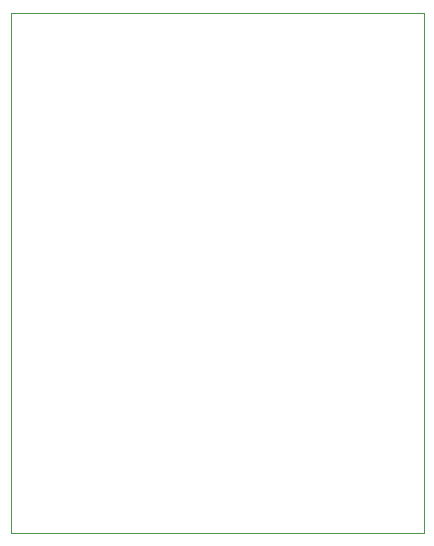
<source format=gbr>
%TF.GenerationSoftware,KiCad,Pcbnew,(5.1.9)-1*%
%TF.CreationDate,2021-05-14T01:46:21+02:00*%
%TF.ProjectId,Netzteil,4e65747a-7465-4696-9c2e-6b696361645f,rev?*%
%TF.SameCoordinates,Original*%
%TF.FileFunction,Profile,NP*%
%FSLAX46Y46*%
G04 Gerber Fmt 4.6, Leading zero omitted, Abs format (unit mm)*
G04 Created by KiCad (PCBNEW (5.1.9)-1) date 2021-05-14 01:46:21*
%MOMM*%
%LPD*%
G01*
G04 APERTURE LIST*
%TA.AperFunction,Profile*%
%ADD10C,0.050000*%
%TD*%
G04 APERTURE END LIST*
D10*
X102500000Y-114000000D02*
X102500000Y-70000000D01*
X137500000Y-114000000D02*
X102500000Y-114000000D01*
X137500000Y-70000000D02*
X137500000Y-114000000D01*
X102500000Y-70000000D02*
X137500000Y-70000000D01*
M02*

</source>
